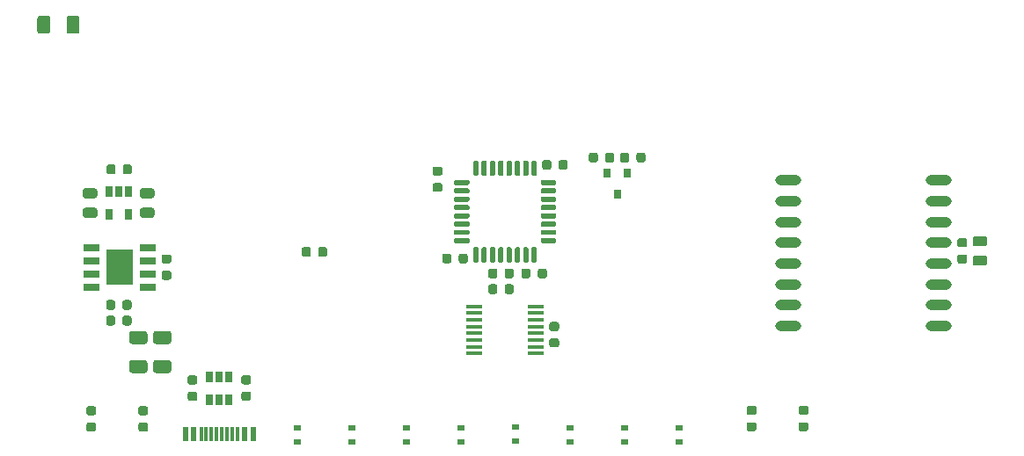
<source format=gbr>
G04 #@! TF.GenerationSoftware,KiCad,Pcbnew,5.1.8-db9833491~87~ubuntu20.04.1*
G04 #@! TF.CreationDate,2020-11-23T16:13:26+01:00*
G04 #@! TF.ProjectId,lucy,6c756379-2e6b-4696-9361-645f70636258,v1.0*
G04 #@! TF.SameCoordinates,Original*
G04 #@! TF.FileFunction,Paste,Top*
G04 #@! TF.FilePolarity,Positive*
%FSLAX46Y46*%
G04 Gerber Fmt 4.6, Leading zero omitted, Abs format (unit mm)*
G04 Created by KiCad (PCBNEW 5.1.8-db9833491~87~ubuntu20.04.1) date 2020-11-23 16:13:26*
%MOMM*%
%LPD*%
G01*
G04 APERTURE LIST*
%ADD10R,1.525000X0.700000*%
%ADD11R,2.513000X3.402000*%
%ADD12R,0.300000X1.450000*%
%ADD13R,0.600000X1.450000*%
%ADD14O,2.500000X1.000000*%
%ADD15R,0.800000X0.900000*%
%ADD16R,1.500000X0.450000*%
%ADD17R,0.650000X1.060000*%
%ADD18R,0.700000X0.600000*%
G04 APERTURE END LIST*
D10*
X115602000Y-107255000D03*
X115602000Y-105985000D03*
X115602000Y-104715000D03*
X115602000Y-103445000D03*
X110178000Y-103445000D03*
X110178000Y-104715000D03*
X110178000Y-105985000D03*
X110178000Y-107255000D03*
D11*
X112890000Y-105350000D03*
D12*
X122250000Y-121455000D03*
X124250000Y-121455000D03*
X123750000Y-121455000D03*
X123250000Y-121455000D03*
X122750000Y-121455000D03*
X121750000Y-121455000D03*
X121250000Y-121455000D03*
X120750000Y-121455000D03*
D13*
X125750000Y-121455000D03*
X124950000Y-121455000D03*
X120050000Y-121455000D03*
X119250000Y-121455000D03*
X119250000Y-121455000D03*
X120050000Y-121455000D03*
X124950000Y-121455000D03*
X125750000Y-121455000D03*
D14*
X177250000Y-97000000D03*
X177250000Y-99000000D03*
X177250000Y-101000000D03*
X177250000Y-103000000D03*
X177250000Y-105000000D03*
X177250000Y-107000000D03*
X177250000Y-109000000D03*
X177250000Y-111000000D03*
X191750000Y-111000000D03*
X191750000Y-109000000D03*
X191750000Y-107000000D03*
X191750000Y-105000000D03*
X191750000Y-103000000D03*
X191750000Y-101000000D03*
X191750000Y-99000000D03*
X191750000Y-97000000D03*
G36*
G01*
X143766250Y-96530000D02*
X143253750Y-96530000D01*
G75*
G02*
X143035000Y-96311250I0J218750D01*
G01*
X143035000Y-95873750D01*
G75*
G02*
X143253750Y-95655000I218750J0D01*
G01*
X143766250Y-95655000D01*
G75*
G02*
X143985000Y-95873750I0J-218750D01*
G01*
X143985000Y-96311250D01*
G75*
G02*
X143766250Y-96530000I-218750J0D01*
G01*
G37*
G36*
G01*
X143766250Y-98105000D02*
X143253750Y-98105000D01*
G75*
G02*
X143035000Y-97886250I0J218750D01*
G01*
X143035000Y-97448750D01*
G75*
G02*
X143253750Y-97230000I218750J0D01*
G01*
X143766250Y-97230000D01*
G75*
G02*
X143985000Y-97448750I0J-218750D01*
G01*
X143985000Y-97886250D01*
G75*
G02*
X143766250Y-98105000I-218750J0D01*
G01*
G37*
G36*
G01*
X153150000Y-106216250D02*
X153150000Y-105703750D01*
G75*
G02*
X153368750Y-105485000I218750J0D01*
G01*
X153806250Y-105485000D01*
G75*
G02*
X154025000Y-105703750I0J-218750D01*
G01*
X154025000Y-106216250D01*
G75*
G02*
X153806250Y-106435000I-218750J0D01*
G01*
X153368750Y-106435000D01*
G75*
G02*
X153150000Y-106216250I0J218750D01*
G01*
G37*
G36*
G01*
X151575000Y-106216250D02*
X151575000Y-105703750D01*
G75*
G02*
X151793750Y-105485000I218750J0D01*
G01*
X152231250Y-105485000D01*
G75*
G02*
X152450000Y-105703750I0J-218750D01*
G01*
X152450000Y-106216250D01*
G75*
G02*
X152231250Y-106435000I-218750J0D01*
G01*
X151793750Y-106435000D01*
G75*
G02*
X151575000Y-106216250I0J218750D01*
G01*
G37*
G36*
G01*
X117676250Y-105000000D02*
X117163750Y-105000000D01*
G75*
G02*
X116945000Y-104781250I0J218750D01*
G01*
X116945000Y-104343750D01*
G75*
G02*
X117163750Y-104125000I218750J0D01*
G01*
X117676250Y-104125000D01*
G75*
G02*
X117895000Y-104343750I0J-218750D01*
G01*
X117895000Y-104781250D01*
G75*
G02*
X117676250Y-105000000I-218750J0D01*
G01*
G37*
G36*
G01*
X117676250Y-106575000D02*
X117163750Y-106575000D01*
G75*
G02*
X116945000Y-106356250I0J218750D01*
G01*
X116945000Y-105918750D01*
G75*
G02*
X117163750Y-105700000I218750J0D01*
G01*
X117676250Y-105700000D01*
G75*
G02*
X117895000Y-105918750I0J-218750D01*
G01*
X117895000Y-106356250D01*
G75*
G02*
X117676250Y-106575000I-218750J0D01*
G01*
G37*
G36*
G01*
X160515000Y-94533750D02*
X160515000Y-95046250D01*
G75*
G02*
X160296250Y-95265000I-218750J0D01*
G01*
X159858750Y-95265000D01*
G75*
G02*
X159640000Y-95046250I0J218750D01*
G01*
X159640000Y-94533750D01*
G75*
G02*
X159858750Y-94315000I218750J0D01*
G01*
X160296250Y-94315000D01*
G75*
G02*
X160515000Y-94533750I0J-218750D01*
G01*
G37*
G36*
G01*
X158940000Y-94533750D02*
X158940000Y-95046250D01*
G75*
G02*
X158721250Y-95265000I-218750J0D01*
G01*
X158283750Y-95265000D01*
G75*
G02*
X158065000Y-95046250I0J218750D01*
G01*
X158065000Y-94533750D01*
G75*
G02*
X158283750Y-94315000I218750J0D01*
G01*
X158721250Y-94315000D01*
G75*
G02*
X158940000Y-94533750I0J-218750D01*
G01*
G37*
G36*
G01*
X193743750Y-102562500D02*
X194256250Y-102562500D01*
G75*
G02*
X194475000Y-102781250I0J-218750D01*
G01*
X194475000Y-103218750D01*
G75*
G02*
X194256250Y-103437500I-218750J0D01*
G01*
X193743750Y-103437500D01*
G75*
G02*
X193525000Y-103218750I0J218750D01*
G01*
X193525000Y-102781250D01*
G75*
G02*
X193743750Y-102562500I218750J0D01*
G01*
G37*
G36*
G01*
X193743750Y-104137500D02*
X194256250Y-104137500D01*
G75*
G02*
X194475000Y-104356250I0J-218750D01*
G01*
X194475000Y-104793750D01*
G75*
G02*
X194256250Y-105012500I-218750J0D01*
G01*
X193743750Y-105012500D01*
G75*
G02*
X193525000Y-104793750I0J218750D01*
G01*
X193525000Y-104356250D01*
G75*
G02*
X193743750Y-104137500I218750J0D01*
G01*
G37*
G36*
G01*
X195243750Y-102362500D02*
X196156250Y-102362500D01*
G75*
G02*
X196400000Y-102606250I0J-243750D01*
G01*
X196400000Y-103093750D01*
G75*
G02*
X196156250Y-103337500I-243750J0D01*
G01*
X195243750Y-103337500D01*
G75*
G02*
X195000000Y-103093750I0J243750D01*
G01*
X195000000Y-102606250D01*
G75*
G02*
X195243750Y-102362500I243750J0D01*
G01*
G37*
G36*
G01*
X195243750Y-104237500D02*
X196156250Y-104237500D01*
G75*
G02*
X196400000Y-104481250I0J-243750D01*
G01*
X196400000Y-104968750D01*
G75*
G02*
X196156250Y-105212500I-243750J0D01*
G01*
X195243750Y-105212500D01*
G75*
G02*
X195000000Y-104968750I0J243750D01*
G01*
X195000000Y-104481250D01*
G75*
G02*
X195243750Y-104237500I243750J0D01*
G01*
G37*
G36*
G01*
X150835000Y-107213750D02*
X150835000Y-107726250D01*
G75*
G02*
X150616250Y-107945000I-218750J0D01*
G01*
X150178750Y-107945000D01*
G75*
G02*
X149960000Y-107726250I0J218750D01*
G01*
X149960000Y-107213750D01*
G75*
G02*
X150178750Y-106995000I218750J0D01*
G01*
X150616250Y-106995000D01*
G75*
G02*
X150835000Y-107213750I0J-218750D01*
G01*
G37*
G36*
G01*
X149260000Y-107213750D02*
X149260000Y-107726250D01*
G75*
G02*
X149041250Y-107945000I-218750J0D01*
G01*
X148603750Y-107945000D01*
G75*
G02*
X148385000Y-107726250I0J218750D01*
G01*
X148385000Y-107213750D01*
G75*
G02*
X148603750Y-106995000I218750J0D01*
G01*
X149041250Y-106995000D01*
G75*
G02*
X149260000Y-107213750I0J-218750D01*
G01*
G37*
G36*
G01*
X149260000Y-105703750D02*
X149260000Y-106216250D01*
G75*
G02*
X149041250Y-106435000I-218750J0D01*
G01*
X148603750Y-106435000D01*
G75*
G02*
X148385000Y-106216250I0J218750D01*
G01*
X148385000Y-105703750D01*
G75*
G02*
X148603750Y-105485000I218750J0D01*
G01*
X149041250Y-105485000D01*
G75*
G02*
X149260000Y-105703750I0J-218750D01*
G01*
G37*
G36*
G01*
X150835000Y-105703750D02*
X150835000Y-106216250D01*
G75*
G02*
X150616250Y-106435000I-218750J0D01*
G01*
X150178750Y-106435000D01*
G75*
G02*
X149960000Y-106216250I0J218750D01*
G01*
X149960000Y-105703750D01*
G75*
G02*
X150178750Y-105485000I218750J0D01*
G01*
X150616250Y-105485000D01*
G75*
G02*
X150835000Y-105703750I0J-218750D01*
G01*
G37*
G36*
G01*
X144840000Y-104253750D02*
X144840000Y-104766250D01*
G75*
G02*
X144621250Y-104985000I-218750J0D01*
G01*
X144183750Y-104985000D01*
G75*
G02*
X143965000Y-104766250I0J218750D01*
G01*
X143965000Y-104253750D01*
G75*
G02*
X144183750Y-104035000I218750J0D01*
G01*
X144621250Y-104035000D01*
G75*
G02*
X144840000Y-104253750I0J-218750D01*
G01*
G37*
G36*
G01*
X146415000Y-104253750D02*
X146415000Y-104766250D01*
G75*
G02*
X146196250Y-104985000I-218750J0D01*
G01*
X145758750Y-104985000D01*
G75*
G02*
X145540000Y-104766250I0J218750D01*
G01*
X145540000Y-104253750D01*
G75*
G02*
X145758750Y-104035000I218750J0D01*
G01*
X146196250Y-104035000D01*
G75*
G02*
X146415000Y-104253750I0J-218750D01*
G01*
G37*
G36*
G01*
X153575000Y-95756250D02*
X153575000Y-95243750D01*
G75*
G02*
X153793750Y-95025000I218750J0D01*
G01*
X154231250Y-95025000D01*
G75*
G02*
X154450000Y-95243750I0J-218750D01*
G01*
X154450000Y-95756250D01*
G75*
G02*
X154231250Y-95975000I-218750J0D01*
G01*
X153793750Y-95975000D01*
G75*
G02*
X153575000Y-95756250I0J218750D01*
G01*
G37*
G36*
G01*
X155150000Y-95756250D02*
X155150000Y-95243750D01*
G75*
G02*
X155368750Y-95025000I218750J0D01*
G01*
X155806250Y-95025000D01*
G75*
G02*
X156025000Y-95243750I0J-218750D01*
G01*
X156025000Y-95756250D01*
G75*
G02*
X155806250Y-95975000I-218750J0D01*
G01*
X155368750Y-95975000D01*
G75*
G02*
X155150000Y-95756250I0J218750D01*
G01*
G37*
G36*
G01*
X109613750Y-99620000D02*
X110526250Y-99620000D01*
G75*
G02*
X110770000Y-99863750I0J-243750D01*
G01*
X110770000Y-100351250D01*
G75*
G02*
X110526250Y-100595000I-243750J0D01*
G01*
X109613750Y-100595000D01*
G75*
G02*
X109370000Y-100351250I0J243750D01*
G01*
X109370000Y-99863750D01*
G75*
G02*
X109613750Y-99620000I243750J0D01*
G01*
G37*
G36*
G01*
X109613750Y-97745000D02*
X110526250Y-97745000D01*
G75*
G02*
X110770000Y-97988750I0J-243750D01*
G01*
X110770000Y-98476250D01*
G75*
G02*
X110526250Y-98720000I-243750J0D01*
G01*
X109613750Y-98720000D01*
G75*
G02*
X109370000Y-98476250I0J243750D01*
G01*
X109370000Y-97988750D01*
G75*
G02*
X109613750Y-97745000I243750J0D01*
G01*
G37*
G36*
G01*
X116026250Y-100595000D02*
X115113750Y-100595000D01*
G75*
G02*
X114870000Y-100351250I0J243750D01*
G01*
X114870000Y-99863750D01*
G75*
G02*
X115113750Y-99620000I243750J0D01*
G01*
X116026250Y-99620000D01*
G75*
G02*
X116270000Y-99863750I0J-243750D01*
G01*
X116270000Y-100351250D01*
G75*
G02*
X116026250Y-100595000I-243750J0D01*
G01*
G37*
G36*
G01*
X116026250Y-98720000D02*
X115113750Y-98720000D01*
G75*
G02*
X114870000Y-98476250I0J243750D01*
G01*
X114870000Y-97988750D01*
G75*
G02*
X115113750Y-97745000I243750J0D01*
G01*
X116026250Y-97745000D01*
G75*
G02*
X116270000Y-97988750I0J-243750D01*
G01*
X116270000Y-98476250D01*
G75*
G02*
X116026250Y-98720000I-243750J0D01*
G01*
G37*
G36*
G01*
X104995000Y-82615000D02*
X104995000Y-81365000D01*
G75*
G02*
X105245000Y-81115000I250000J0D01*
G01*
X105995000Y-81115000D01*
G75*
G02*
X106245000Y-81365000I0J-250000D01*
G01*
X106245000Y-82615000D01*
G75*
G02*
X105995000Y-82865000I-250000J0D01*
G01*
X105245000Y-82865000D01*
G75*
G02*
X104995000Y-82615000I0J250000D01*
G01*
G37*
G36*
G01*
X107795000Y-82615000D02*
X107795000Y-81365000D01*
G75*
G02*
X108045000Y-81115000I250000J0D01*
G01*
X108795000Y-81115000D01*
G75*
G02*
X109045000Y-81365000I0J-250000D01*
G01*
X109045000Y-82615000D01*
G75*
G02*
X108795000Y-82865000I-250000J0D01*
G01*
X108045000Y-82865000D01*
G75*
G02*
X107795000Y-82615000I0J250000D01*
G01*
G37*
D15*
X161748000Y-96276000D03*
X159848000Y-96276000D03*
X160798000Y-98276000D03*
G36*
G01*
X178473750Y-118715000D02*
X178986250Y-118715000D01*
G75*
G02*
X179205000Y-118933750I0J-218750D01*
G01*
X179205000Y-119371250D01*
G75*
G02*
X178986250Y-119590000I-218750J0D01*
G01*
X178473750Y-119590000D01*
G75*
G02*
X178255000Y-119371250I0J218750D01*
G01*
X178255000Y-118933750D01*
G75*
G02*
X178473750Y-118715000I218750J0D01*
G01*
G37*
G36*
G01*
X178473750Y-120290000D02*
X178986250Y-120290000D01*
G75*
G02*
X179205000Y-120508750I0J-218750D01*
G01*
X179205000Y-120946250D01*
G75*
G02*
X178986250Y-121165000I-218750J0D01*
G01*
X178473750Y-121165000D01*
G75*
G02*
X178255000Y-120946250I0J218750D01*
G01*
X178255000Y-120508750D01*
G75*
G02*
X178473750Y-120290000I218750J0D01*
G01*
G37*
G36*
G01*
X173986250Y-119590000D02*
X173473750Y-119590000D01*
G75*
G02*
X173255000Y-119371250I0J218750D01*
G01*
X173255000Y-118933750D01*
G75*
G02*
X173473750Y-118715000I218750J0D01*
G01*
X173986250Y-118715000D01*
G75*
G02*
X174205000Y-118933750I0J-218750D01*
G01*
X174205000Y-119371250D01*
G75*
G02*
X173986250Y-119590000I-218750J0D01*
G01*
G37*
G36*
G01*
X173986250Y-121165000D02*
X173473750Y-121165000D01*
G75*
G02*
X173255000Y-120946250I0J218750D01*
G01*
X173255000Y-120508750D01*
G75*
G02*
X173473750Y-120290000I218750J0D01*
G01*
X173986250Y-120290000D01*
G75*
G02*
X174205000Y-120508750I0J-218750D01*
G01*
X174205000Y-120946250D01*
G75*
G02*
X173986250Y-121165000I-218750J0D01*
G01*
G37*
G36*
G01*
X111645000Y-96176250D02*
X111645000Y-95663750D01*
G75*
G02*
X111863750Y-95445000I218750J0D01*
G01*
X112301250Y-95445000D01*
G75*
G02*
X112520000Y-95663750I0J-218750D01*
G01*
X112520000Y-96176250D01*
G75*
G02*
X112301250Y-96395000I-218750J0D01*
G01*
X111863750Y-96395000D01*
G75*
G02*
X111645000Y-96176250I0J218750D01*
G01*
G37*
G36*
G01*
X113220000Y-96176250D02*
X113220000Y-95663750D01*
G75*
G02*
X113438750Y-95445000I218750J0D01*
G01*
X113876250Y-95445000D01*
G75*
G02*
X114095000Y-95663750I0J-218750D01*
G01*
X114095000Y-96176250D01*
G75*
G02*
X113876250Y-96395000I-218750J0D01*
G01*
X113438750Y-96395000D01*
G75*
G02*
X113220000Y-96176250I0J218750D01*
G01*
G37*
D16*
X147050000Y-109125000D03*
X147050000Y-109775000D03*
X147050000Y-110425000D03*
X147050000Y-111075000D03*
X147050000Y-111725000D03*
X147050000Y-112375000D03*
X147050000Y-113025000D03*
X147050000Y-113675000D03*
X152950000Y-113675000D03*
X152950000Y-113025000D03*
X152950000Y-112375000D03*
X152950000Y-111725000D03*
X152950000Y-111075000D03*
X152950000Y-110425000D03*
X152950000Y-109775000D03*
X152950000Y-109125000D03*
G36*
G01*
X132885000Y-103623750D02*
X132885000Y-104136250D01*
G75*
G02*
X132666250Y-104355000I-218750J0D01*
G01*
X132228750Y-104355000D01*
G75*
G02*
X132010000Y-104136250I0J218750D01*
G01*
X132010000Y-103623750D01*
G75*
G02*
X132228750Y-103405000I218750J0D01*
G01*
X132666250Y-103405000D01*
G75*
G02*
X132885000Y-103623750I0J-218750D01*
G01*
G37*
G36*
G01*
X131310000Y-103623750D02*
X131310000Y-104136250D01*
G75*
G02*
X131091250Y-104355000I-218750J0D01*
G01*
X130653750Y-104355000D01*
G75*
G02*
X130435000Y-104136250I0J218750D01*
G01*
X130435000Y-103623750D01*
G75*
G02*
X130653750Y-103405000I218750J0D01*
G01*
X131091250Y-103405000D01*
G75*
G02*
X131310000Y-103623750I0J-218750D01*
G01*
G37*
D17*
X113770000Y-98100000D03*
X112820000Y-98100000D03*
X111870000Y-98100000D03*
X111870000Y-100300000D03*
X113770000Y-100300000D03*
G36*
G01*
X154473750Y-110635000D02*
X154986250Y-110635000D01*
G75*
G02*
X155205000Y-110853750I0J-218750D01*
G01*
X155205000Y-111291250D01*
G75*
G02*
X154986250Y-111510000I-218750J0D01*
G01*
X154473750Y-111510000D01*
G75*
G02*
X154255000Y-111291250I0J218750D01*
G01*
X154255000Y-110853750D01*
G75*
G02*
X154473750Y-110635000I218750J0D01*
G01*
G37*
G36*
G01*
X154473750Y-112210000D02*
X154986250Y-112210000D01*
G75*
G02*
X155205000Y-112428750I0J-218750D01*
G01*
X155205000Y-112866250D01*
G75*
G02*
X154986250Y-113085000I-218750J0D01*
G01*
X154473750Y-113085000D01*
G75*
G02*
X154255000Y-112866250I0J218750D01*
G01*
X154255000Y-112428750D01*
G75*
G02*
X154473750Y-112210000I218750J0D01*
G01*
G37*
G36*
G01*
X110436250Y-121195000D02*
X109923750Y-121195000D01*
G75*
G02*
X109705000Y-120976250I0J218750D01*
G01*
X109705000Y-120538750D01*
G75*
G02*
X109923750Y-120320000I218750J0D01*
G01*
X110436250Y-120320000D01*
G75*
G02*
X110655000Y-120538750I0J-218750D01*
G01*
X110655000Y-120976250D01*
G75*
G02*
X110436250Y-121195000I-218750J0D01*
G01*
G37*
G36*
G01*
X110436250Y-119620000D02*
X109923750Y-119620000D01*
G75*
G02*
X109705000Y-119401250I0J218750D01*
G01*
X109705000Y-118963750D01*
G75*
G02*
X109923750Y-118745000I218750J0D01*
G01*
X110436250Y-118745000D01*
G75*
G02*
X110655000Y-118963750I0J-218750D01*
G01*
X110655000Y-119401250D01*
G75*
G02*
X110436250Y-119620000I-218750J0D01*
G01*
G37*
G36*
G01*
X114923750Y-118745000D02*
X115436250Y-118745000D01*
G75*
G02*
X115655000Y-118963750I0J-218750D01*
G01*
X115655000Y-119401250D01*
G75*
G02*
X115436250Y-119620000I-218750J0D01*
G01*
X114923750Y-119620000D01*
G75*
G02*
X114705000Y-119401250I0J218750D01*
G01*
X114705000Y-118963750D01*
G75*
G02*
X114923750Y-118745000I218750J0D01*
G01*
G37*
G36*
G01*
X114923750Y-120320000D02*
X115436250Y-120320000D01*
G75*
G02*
X115655000Y-120538750I0J-218750D01*
G01*
X115655000Y-120976250D01*
G75*
G02*
X115436250Y-121195000I-218750J0D01*
G01*
X114923750Y-121195000D01*
G75*
G02*
X114705000Y-120976250I0J218750D01*
G01*
X114705000Y-120538750D01*
G75*
G02*
X114923750Y-120320000I218750J0D01*
G01*
G37*
G36*
G01*
X119663750Y-117360000D02*
X120176250Y-117360000D01*
G75*
G02*
X120395000Y-117578750I0J-218750D01*
G01*
X120395000Y-118016250D01*
G75*
G02*
X120176250Y-118235000I-218750J0D01*
G01*
X119663750Y-118235000D01*
G75*
G02*
X119445000Y-118016250I0J218750D01*
G01*
X119445000Y-117578750D01*
G75*
G02*
X119663750Y-117360000I218750J0D01*
G01*
G37*
G36*
G01*
X119663750Y-115785000D02*
X120176250Y-115785000D01*
G75*
G02*
X120395000Y-116003750I0J-218750D01*
G01*
X120395000Y-116441250D01*
G75*
G02*
X120176250Y-116660000I-218750J0D01*
G01*
X119663750Y-116660000D01*
G75*
G02*
X119445000Y-116441250I0J218750D01*
G01*
X119445000Y-116003750D01*
G75*
G02*
X119663750Y-115785000I218750J0D01*
G01*
G37*
G36*
G01*
X124833750Y-115775000D02*
X125346250Y-115775000D01*
G75*
G02*
X125565000Y-115993750I0J-218750D01*
G01*
X125565000Y-116431250D01*
G75*
G02*
X125346250Y-116650000I-218750J0D01*
G01*
X124833750Y-116650000D01*
G75*
G02*
X124615000Y-116431250I0J218750D01*
G01*
X124615000Y-115993750D01*
G75*
G02*
X124833750Y-115775000I218750J0D01*
G01*
G37*
G36*
G01*
X124833750Y-117350000D02*
X125346250Y-117350000D01*
G75*
G02*
X125565000Y-117568750I0J-218750D01*
G01*
X125565000Y-118006250D01*
G75*
G02*
X125346250Y-118225000I-218750J0D01*
G01*
X124833750Y-118225000D01*
G75*
G02*
X124615000Y-118006250I0J218750D01*
G01*
X124615000Y-117568750D01*
G75*
G02*
X124833750Y-117350000I218750J0D01*
G01*
G37*
G36*
G01*
X147325000Y-104925000D02*
X147075000Y-104925000D01*
G75*
G02*
X146950000Y-104800000I0J125000D01*
G01*
X146950000Y-103550000D01*
G75*
G02*
X147075000Y-103425000I125000J0D01*
G01*
X147325000Y-103425000D01*
G75*
G02*
X147450000Y-103550000I0J-125000D01*
G01*
X147450000Y-104800000D01*
G75*
G02*
X147325000Y-104925000I-125000J0D01*
G01*
G37*
G36*
G01*
X148125000Y-104925000D02*
X147875000Y-104925000D01*
G75*
G02*
X147750000Y-104800000I0J125000D01*
G01*
X147750000Y-103550000D01*
G75*
G02*
X147875000Y-103425000I125000J0D01*
G01*
X148125000Y-103425000D01*
G75*
G02*
X148250000Y-103550000I0J-125000D01*
G01*
X148250000Y-104800000D01*
G75*
G02*
X148125000Y-104925000I-125000J0D01*
G01*
G37*
G36*
G01*
X148925000Y-104925000D02*
X148675000Y-104925000D01*
G75*
G02*
X148550000Y-104800000I0J125000D01*
G01*
X148550000Y-103550000D01*
G75*
G02*
X148675000Y-103425000I125000J0D01*
G01*
X148925000Y-103425000D01*
G75*
G02*
X149050000Y-103550000I0J-125000D01*
G01*
X149050000Y-104800000D01*
G75*
G02*
X148925000Y-104925000I-125000J0D01*
G01*
G37*
G36*
G01*
X149725000Y-104925000D02*
X149475000Y-104925000D01*
G75*
G02*
X149350000Y-104800000I0J125000D01*
G01*
X149350000Y-103550000D01*
G75*
G02*
X149475000Y-103425000I125000J0D01*
G01*
X149725000Y-103425000D01*
G75*
G02*
X149850000Y-103550000I0J-125000D01*
G01*
X149850000Y-104800000D01*
G75*
G02*
X149725000Y-104925000I-125000J0D01*
G01*
G37*
G36*
G01*
X150525000Y-104925000D02*
X150275000Y-104925000D01*
G75*
G02*
X150150000Y-104800000I0J125000D01*
G01*
X150150000Y-103550000D01*
G75*
G02*
X150275000Y-103425000I125000J0D01*
G01*
X150525000Y-103425000D01*
G75*
G02*
X150650000Y-103550000I0J-125000D01*
G01*
X150650000Y-104800000D01*
G75*
G02*
X150525000Y-104925000I-125000J0D01*
G01*
G37*
G36*
G01*
X151325000Y-104925000D02*
X151075000Y-104925000D01*
G75*
G02*
X150950000Y-104800000I0J125000D01*
G01*
X150950000Y-103550000D01*
G75*
G02*
X151075000Y-103425000I125000J0D01*
G01*
X151325000Y-103425000D01*
G75*
G02*
X151450000Y-103550000I0J-125000D01*
G01*
X151450000Y-104800000D01*
G75*
G02*
X151325000Y-104925000I-125000J0D01*
G01*
G37*
G36*
G01*
X152125000Y-104925000D02*
X151875000Y-104925000D01*
G75*
G02*
X151750000Y-104800000I0J125000D01*
G01*
X151750000Y-103550000D01*
G75*
G02*
X151875000Y-103425000I125000J0D01*
G01*
X152125000Y-103425000D01*
G75*
G02*
X152250000Y-103550000I0J-125000D01*
G01*
X152250000Y-104800000D01*
G75*
G02*
X152125000Y-104925000I-125000J0D01*
G01*
G37*
G36*
G01*
X152925000Y-104925000D02*
X152675000Y-104925000D01*
G75*
G02*
X152550000Y-104800000I0J125000D01*
G01*
X152550000Y-103550000D01*
G75*
G02*
X152675000Y-103425000I125000J0D01*
G01*
X152925000Y-103425000D01*
G75*
G02*
X153050000Y-103550000I0J-125000D01*
G01*
X153050000Y-104800000D01*
G75*
G02*
X152925000Y-104925000I-125000J0D01*
G01*
G37*
G36*
G01*
X154800000Y-103050000D02*
X153550000Y-103050000D01*
G75*
G02*
X153425000Y-102925000I0J125000D01*
G01*
X153425000Y-102675000D01*
G75*
G02*
X153550000Y-102550000I125000J0D01*
G01*
X154800000Y-102550000D01*
G75*
G02*
X154925000Y-102675000I0J-125000D01*
G01*
X154925000Y-102925000D01*
G75*
G02*
X154800000Y-103050000I-125000J0D01*
G01*
G37*
G36*
G01*
X154800000Y-102250000D02*
X153550000Y-102250000D01*
G75*
G02*
X153425000Y-102125000I0J125000D01*
G01*
X153425000Y-101875000D01*
G75*
G02*
X153550000Y-101750000I125000J0D01*
G01*
X154800000Y-101750000D01*
G75*
G02*
X154925000Y-101875000I0J-125000D01*
G01*
X154925000Y-102125000D01*
G75*
G02*
X154800000Y-102250000I-125000J0D01*
G01*
G37*
G36*
G01*
X154800000Y-101450000D02*
X153550000Y-101450000D01*
G75*
G02*
X153425000Y-101325000I0J125000D01*
G01*
X153425000Y-101075000D01*
G75*
G02*
X153550000Y-100950000I125000J0D01*
G01*
X154800000Y-100950000D01*
G75*
G02*
X154925000Y-101075000I0J-125000D01*
G01*
X154925000Y-101325000D01*
G75*
G02*
X154800000Y-101450000I-125000J0D01*
G01*
G37*
G36*
G01*
X154800000Y-100650000D02*
X153550000Y-100650000D01*
G75*
G02*
X153425000Y-100525000I0J125000D01*
G01*
X153425000Y-100275000D01*
G75*
G02*
X153550000Y-100150000I125000J0D01*
G01*
X154800000Y-100150000D01*
G75*
G02*
X154925000Y-100275000I0J-125000D01*
G01*
X154925000Y-100525000D01*
G75*
G02*
X154800000Y-100650000I-125000J0D01*
G01*
G37*
G36*
G01*
X154800000Y-99850000D02*
X153550000Y-99850000D01*
G75*
G02*
X153425000Y-99725000I0J125000D01*
G01*
X153425000Y-99475000D01*
G75*
G02*
X153550000Y-99350000I125000J0D01*
G01*
X154800000Y-99350000D01*
G75*
G02*
X154925000Y-99475000I0J-125000D01*
G01*
X154925000Y-99725000D01*
G75*
G02*
X154800000Y-99850000I-125000J0D01*
G01*
G37*
G36*
G01*
X154800000Y-99050000D02*
X153550000Y-99050000D01*
G75*
G02*
X153425000Y-98925000I0J125000D01*
G01*
X153425000Y-98675000D01*
G75*
G02*
X153550000Y-98550000I125000J0D01*
G01*
X154800000Y-98550000D01*
G75*
G02*
X154925000Y-98675000I0J-125000D01*
G01*
X154925000Y-98925000D01*
G75*
G02*
X154800000Y-99050000I-125000J0D01*
G01*
G37*
G36*
G01*
X154800000Y-98250000D02*
X153550000Y-98250000D01*
G75*
G02*
X153425000Y-98125000I0J125000D01*
G01*
X153425000Y-97875000D01*
G75*
G02*
X153550000Y-97750000I125000J0D01*
G01*
X154800000Y-97750000D01*
G75*
G02*
X154925000Y-97875000I0J-125000D01*
G01*
X154925000Y-98125000D01*
G75*
G02*
X154800000Y-98250000I-125000J0D01*
G01*
G37*
G36*
G01*
X154800000Y-97450000D02*
X153550000Y-97450000D01*
G75*
G02*
X153425000Y-97325000I0J125000D01*
G01*
X153425000Y-97075000D01*
G75*
G02*
X153550000Y-96950000I125000J0D01*
G01*
X154800000Y-96950000D01*
G75*
G02*
X154925000Y-97075000I0J-125000D01*
G01*
X154925000Y-97325000D01*
G75*
G02*
X154800000Y-97450000I-125000J0D01*
G01*
G37*
G36*
G01*
X152925000Y-96575000D02*
X152675000Y-96575000D01*
G75*
G02*
X152550000Y-96450000I0J125000D01*
G01*
X152550000Y-95200000D01*
G75*
G02*
X152675000Y-95075000I125000J0D01*
G01*
X152925000Y-95075000D01*
G75*
G02*
X153050000Y-95200000I0J-125000D01*
G01*
X153050000Y-96450000D01*
G75*
G02*
X152925000Y-96575000I-125000J0D01*
G01*
G37*
G36*
G01*
X152125000Y-96575000D02*
X151875000Y-96575000D01*
G75*
G02*
X151750000Y-96450000I0J125000D01*
G01*
X151750000Y-95200000D01*
G75*
G02*
X151875000Y-95075000I125000J0D01*
G01*
X152125000Y-95075000D01*
G75*
G02*
X152250000Y-95200000I0J-125000D01*
G01*
X152250000Y-96450000D01*
G75*
G02*
X152125000Y-96575000I-125000J0D01*
G01*
G37*
G36*
G01*
X151325000Y-96575000D02*
X151075000Y-96575000D01*
G75*
G02*
X150950000Y-96450000I0J125000D01*
G01*
X150950000Y-95200000D01*
G75*
G02*
X151075000Y-95075000I125000J0D01*
G01*
X151325000Y-95075000D01*
G75*
G02*
X151450000Y-95200000I0J-125000D01*
G01*
X151450000Y-96450000D01*
G75*
G02*
X151325000Y-96575000I-125000J0D01*
G01*
G37*
G36*
G01*
X150525000Y-96575000D02*
X150275000Y-96575000D01*
G75*
G02*
X150150000Y-96450000I0J125000D01*
G01*
X150150000Y-95200000D01*
G75*
G02*
X150275000Y-95075000I125000J0D01*
G01*
X150525000Y-95075000D01*
G75*
G02*
X150650000Y-95200000I0J-125000D01*
G01*
X150650000Y-96450000D01*
G75*
G02*
X150525000Y-96575000I-125000J0D01*
G01*
G37*
G36*
G01*
X149725000Y-96575000D02*
X149475000Y-96575000D01*
G75*
G02*
X149350000Y-96450000I0J125000D01*
G01*
X149350000Y-95200000D01*
G75*
G02*
X149475000Y-95075000I125000J0D01*
G01*
X149725000Y-95075000D01*
G75*
G02*
X149850000Y-95200000I0J-125000D01*
G01*
X149850000Y-96450000D01*
G75*
G02*
X149725000Y-96575000I-125000J0D01*
G01*
G37*
G36*
G01*
X148925000Y-96575000D02*
X148675000Y-96575000D01*
G75*
G02*
X148550000Y-96450000I0J125000D01*
G01*
X148550000Y-95200000D01*
G75*
G02*
X148675000Y-95075000I125000J0D01*
G01*
X148925000Y-95075000D01*
G75*
G02*
X149050000Y-95200000I0J-125000D01*
G01*
X149050000Y-96450000D01*
G75*
G02*
X148925000Y-96575000I-125000J0D01*
G01*
G37*
G36*
G01*
X148125000Y-96575000D02*
X147875000Y-96575000D01*
G75*
G02*
X147750000Y-96450000I0J125000D01*
G01*
X147750000Y-95200000D01*
G75*
G02*
X147875000Y-95075000I125000J0D01*
G01*
X148125000Y-95075000D01*
G75*
G02*
X148250000Y-95200000I0J-125000D01*
G01*
X148250000Y-96450000D01*
G75*
G02*
X148125000Y-96575000I-125000J0D01*
G01*
G37*
G36*
G01*
X147325000Y-96575000D02*
X147075000Y-96575000D01*
G75*
G02*
X146950000Y-96450000I0J125000D01*
G01*
X146950000Y-95200000D01*
G75*
G02*
X147075000Y-95075000I125000J0D01*
G01*
X147325000Y-95075000D01*
G75*
G02*
X147450000Y-95200000I0J-125000D01*
G01*
X147450000Y-96450000D01*
G75*
G02*
X147325000Y-96575000I-125000J0D01*
G01*
G37*
G36*
G01*
X146450000Y-97450000D02*
X145200000Y-97450000D01*
G75*
G02*
X145075000Y-97325000I0J125000D01*
G01*
X145075000Y-97075000D01*
G75*
G02*
X145200000Y-96950000I125000J0D01*
G01*
X146450000Y-96950000D01*
G75*
G02*
X146575000Y-97075000I0J-125000D01*
G01*
X146575000Y-97325000D01*
G75*
G02*
X146450000Y-97450000I-125000J0D01*
G01*
G37*
G36*
G01*
X146450000Y-98250000D02*
X145200000Y-98250000D01*
G75*
G02*
X145075000Y-98125000I0J125000D01*
G01*
X145075000Y-97875000D01*
G75*
G02*
X145200000Y-97750000I125000J0D01*
G01*
X146450000Y-97750000D01*
G75*
G02*
X146575000Y-97875000I0J-125000D01*
G01*
X146575000Y-98125000D01*
G75*
G02*
X146450000Y-98250000I-125000J0D01*
G01*
G37*
G36*
G01*
X146450000Y-99050000D02*
X145200000Y-99050000D01*
G75*
G02*
X145075000Y-98925000I0J125000D01*
G01*
X145075000Y-98675000D01*
G75*
G02*
X145200000Y-98550000I125000J0D01*
G01*
X146450000Y-98550000D01*
G75*
G02*
X146575000Y-98675000I0J-125000D01*
G01*
X146575000Y-98925000D01*
G75*
G02*
X146450000Y-99050000I-125000J0D01*
G01*
G37*
G36*
G01*
X146450000Y-99850000D02*
X145200000Y-99850000D01*
G75*
G02*
X145075000Y-99725000I0J125000D01*
G01*
X145075000Y-99475000D01*
G75*
G02*
X145200000Y-99350000I125000J0D01*
G01*
X146450000Y-99350000D01*
G75*
G02*
X146575000Y-99475000I0J-125000D01*
G01*
X146575000Y-99725000D01*
G75*
G02*
X146450000Y-99850000I-125000J0D01*
G01*
G37*
G36*
G01*
X146450000Y-100650000D02*
X145200000Y-100650000D01*
G75*
G02*
X145075000Y-100525000I0J125000D01*
G01*
X145075000Y-100275000D01*
G75*
G02*
X145200000Y-100150000I125000J0D01*
G01*
X146450000Y-100150000D01*
G75*
G02*
X146575000Y-100275000I0J-125000D01*
G01*
X146575000Y-100525000D01*
G75*
G02*
X146450000Y-100650000I-125000J0D01*
G01*
G37*
G36*
G01*
X146450000Y-101450000D02*
X145200000Y-101450000D01*
G75*
G02*
X145075000Y-101325000I0J125000D01*
G01*
X145075000Y-101075000D01*
G75*
G02*
X145200000Y-100950000I125000J0D01*
G01*
X146450000Y-100950000D01*
G75*
G02*
X146575000Y-101075000I0J-125000D01*
G01*
X146575000Y-101325000D01*
G75*
G02*
X146450000Y-101450000I-125000J0D01*
G01*
G37*
G36*
G01*
X146450000Y-102250000D02*
X145200000Y-102250000D01*
G75*
G02*
X145075000Y-102125000I0J125000D01*
G01*
X145075000Y-101875000D01*
G75*
G02*
X145200000Y-101750000I125000J0D01*
G01*
X146450000Y-101750000D01*
G75*
G02*
X146575000Y-101875000I0J-125000D01*
G01*
X146575000Y-102125000D01*
G75*
G02*
X146450000Y-102250000I-125000J0D01*
G01*
G37*
G36*
G01*
X146450000Y-103050000D02*
X145200000Y-103050000D01*
G75*
G02*
X145075000Y-102925000I0J125000D01*
G01*
X145075000Y-102675000D01*
G75*
G02*
X145200000Y-102550000I125000J0D01*
G01*
X146450000Y-102550000D01*
G75*
G02*
X146575000Y-102675000I0J-125000D01*
G01*
X146575000Y-102925000D01*
G75*
G02*
X146450000Y-103050000I-125000J0D01*
G01*
G37*
X122500000Y-118100000D03*
X123450000Y-118100000D03*
X121550000Y-118100000D03*
X121550000Y-115900000D03*
X122500000Y-115900000D03*
X123450000Y-115900000D03*
G36*
G01*
X114055000Y-110243750D02*
X114055000Y-110756250D01*
G75*
G02*
X113836250Y-110975000I-218750J0D01*
G01*
X113398750Y-110975000D01*
G75*
G02*
X113180000Y-110756250I0J218750D01*
G01*
X113180000Y-110243750D01*
G75*
G02*
X113398750Y-110025000I218750J0D01*
G01*
X113836250Y-110025000D01*
G75*
G02*
X114055000Y-110243750I0J-218750D01*
G01*
G37*
G36*
G01*
X112480000Y-110243750D02*
X112480000Y-110756250D01*
G75*
G02*
X112261250Y-110975000I-218750J0D01*
G01*
X111823750Y-110975000D01*
G75*
G02*
X111605000Y-110756250I0J218750D01*
G01*
X111605000Y-110243750D01*
G75*
G02*
X111823750Y-110025000I218750J0D01*
G01*
X112261250Y-110025000D01*
G75*
G02*
X112480000Y-110243750I0J-218750D01*
G01*
G37*
G36*
G01*
X112480000Y-108733750D02*
X112480000Y-109246250D01*
G75*
G02*
X112261250Y-109465000I-218750J0D01*
G01*
X111823750Y-109465000D01*
G75*
G02*
X111605000Y-109246250I0J218750D01*
G01*
X111605000Y-108733750D01*
G75*
G02*
X111823750Y-108515000I218750J0D01*
G01*
X112261250Y-108515000D01*
G75*
G02*
X112480000Y-108733750I0J-218750D01*
G01*
G37*
G36*
G01*
X114055000Y-108733750D02*
X114055000Y-109246250D01*
G75*
G02*
X113836250Y-109465000I-218750J0D01*
G01*
X113398750Y-109465000D01*
G75*
G02*
X113180000Y-109246250I0J218750D01*
G01*
X113180000Y-108733750D01*
G75*
G02*
X113398750Y-108515000I218750J0D01*
G01*
X113836250Y-108515000D01*
G75*
G02*
X114055000Y-108733750I0J-218750D01*
G01*
G37*
G36*
G01*
X114085000Y-111505000D02*
X115335000Y-111505000D01*
G75*
G02*
X115585000Y-111755000I0J-250000D01*
G01*
X115585000Y-112505000D01*
G75*
G02*
X115335000Y-112755000I-250000J0D01*
G01*
X114085000Y-112755000D01*
G75*
G02*
X113835000Y-112505000I0J250000D01*
G01*
X113835000Y-111755000D01*
G75*
G02*
X114085000Y-111505000I250000J0D01*
G01*
G37*
G36*
G01*
X114085000Y-114305000D02*
X115335000Y-114305000D01*
G75*
G02*
X115585000Y-114555000I0J-250000D01*
G01*
X115585000Y-115305000D01*
G75*
G02*
X115335000Y-115555000I-250000J0D01*
G01*
X114085000Y-115555000D01*
G75*
G02*
X113835000Y-115305000I0J250000D01*
G01*
X113835000Y-114555000D01*
G75*
G02*
X114085000Y-114305000I250000J0D01*
G01*
G37*
D18*
X130000000Y-122200000D03*
X130000000Y-120800000D03*
X135250000Y-120800000D03*
X135250000Y-122200000D03*
X140500000Y-122200000D03*
X140500000Y-120800000D03*
X145750000Y-120800000D03*
X145750000Y-122200000D03*
X151000000Y-120750000D03*
X151000000Y-122150000D03*
X156250000Y-122200000D03*
X156250000Y-120800000D03*
X161500000Y-120800000D03*
X161500000Y-122200000D03*
X166750000Y-122200000D03*
X166750000Y-120800000D03*
G36*
G01*
X161075000Y-95046250D02*
X161075000Y-94533750D01*
G75*
G02*
X161293750Y-94315000I218750J0D01*
G01*
X161731250Y-94315000D01*
G75*
G02*
X161950000Y-94533750I0J-218750D01*
G01*
X161950000Y-95046250D01*
G75*
G02*
X161731250Y-95265000I-218750J0D01*
G01*
X161293750Y-95265000D01*
G75*
G02*
X161075000Y-95046250I0J218750D01*
G01*
G37*
G36*
G01*
X162650000Y-95046250D02*
X162650000Y-94533750D01*
G75*
G02*
X162868750Y-94315000I218750J0D01*
G01*
X163306250Y-94315000D01*
G75*
G02*
X163525000Y-94533750I0J-218750D01*
G01*
X163525000Y-95046250D01*
G75*
G02*
X163306250Y-95265000I-218750J0D01*
G01*
X162868750Y-95265000D01*
G75*
G02*
X162650000Y-95046250I0J218750D01*
G01*
G37*
G36*
G01*
X116385000Y-111505000D02*
X117635000Y-111505000D01*
G75*
G02*
X117885000Y-111755000I0J-250000D01*
G01*
X117885000Y-112505000D01*
G75*
G02*
X117635000Y-112755000I-250000J0D01*
G01*
X116385000Y-112755000D01*
G75*
G02*
X116135000Y-112505000I0J250000D01*
G01*
X116135000Y-111755000D01*
G75*
G02*
X116385000Y-111505000I250000J0D01*
G01*
G37*
G36*
G01*
X116385000Y-114305000D02*
X117635000Y-114305000D01*
G75*
G02*
X117885000Y-114555000I0J-250000D01*
G01*
X117885000Y-115305000D01*
G75*
G02*
X117635000Y-115555000I-250000J0D01*
G01*
X116385000Y-115555000D01*
G75*
G02*
X116135000Y-115305000I0J250000D01*
G01*
X116135000Y-114555000D01*
G75*
G02*
X116385000Y-114305000I250000J0D01*
G01*
G37*
M02*

</source>
